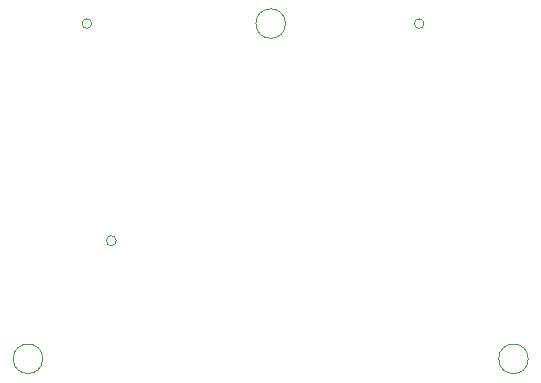
<source format=gbr>
%TF.GenerationSoftware,KiCad,Pcbnew,(6.0.7-1)-1*%
%TF.CreationDate,2023-10-29T12:13:08+10:00*%
%TF.ProjectId,GAUGE_Analog Instruments,47415547-455f-4416-9e61-6c6f6720496e,rev?*%
%TF.SameCoordinates,Original*%
%TF.FileFunction,Other,ECO1*%
%FSLAX46Y46*%
G04 Gerber Fmt 4.6, Leading zero omitted, Abs format (unit mm)*
G04 Created by KiCad (PCBNEW (6.0.7-1)-1) date 2023-10-29 12:13:08*
%MOMM*%
%LPD*%
G01*
G04 APERTURE LIST*
%ADD10C,0.050000*%
G04 APERTURE END LIST*
D10*
X166860045Y-96867952D02*
G75*
G03*
X166860045Y-96867952I-422279J0D01*
G01*
X164760016Y-78484574D02*
G75*
G03*
X164760016Y-78484574I-400000J0D01*
G01*
X181187766Y-78484574D02*
G75*
G03*
X181187766Y-78484574I-1250000J0D01*
G01*
X192915515Y-78484574D02*
G75*
G03*
X192915515Y-78484574I-400000J0D01*
G01*
X160634281Y-106867951D02*
G75*
G03*
X160634281Y-106867951I-1250000J0D01*
G01*
X201741250Y-106867951D02*
G75*
G03*
X201741250Y-106867951I-1250000J0D01*
G01*
M02*

</source>
